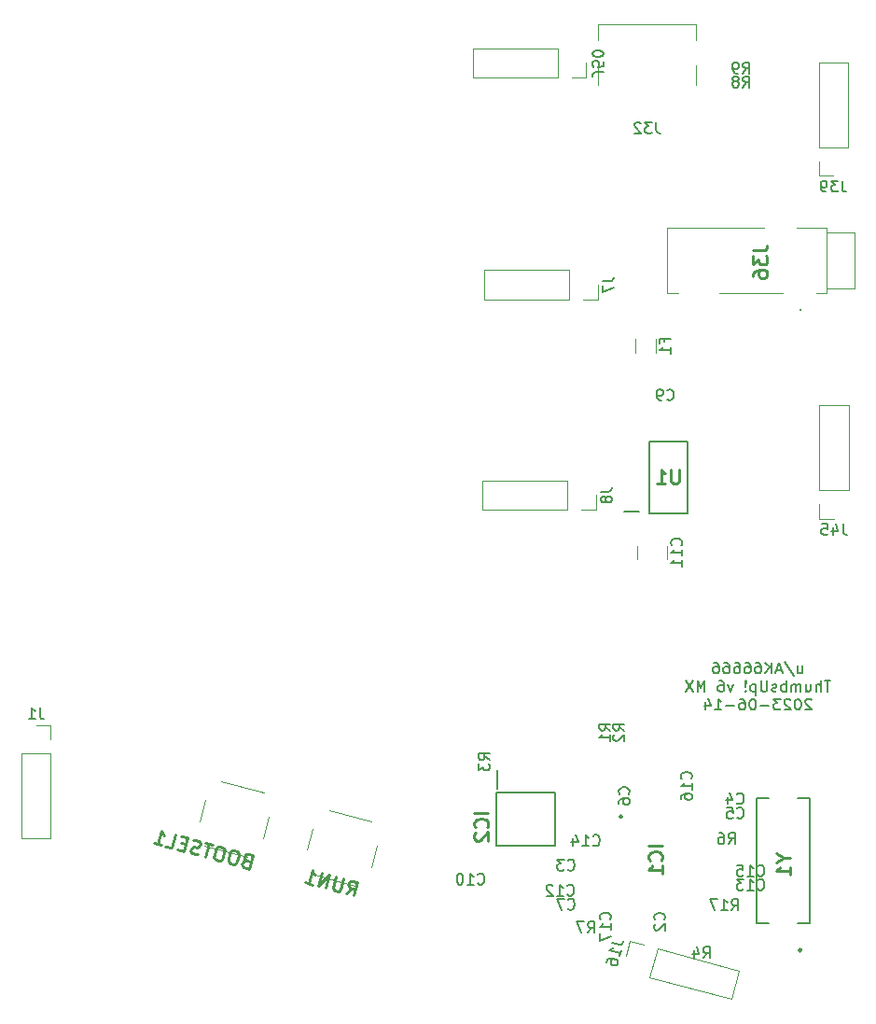
<source format=gbr>
G04 #@! TF.GenerationSoftware,KiCad,Pcbnew,(5.1.4)-1*
G04 #@! TF.CreationDate,2023-06-17T18:31:40-04:00*
G04 #@! TF.ProjectId,ThumbsUp,5468756d-6273-4557-902e-6b696361645f,rev?*
G04 #@! TF.SameCoordinates,Original*
G04 #@! TF.FileFunction,Legend,Bot*
G04 #@! TF.FilePolarity,Positive*
%FSLAX46Y46*%
G04 Gerber Fmt 4.6, Leading zero omitted, Abs format (unit mm)*
G04 Created by KiCad (PCBNEW (5.1.4)-1) date 2023-06-17 18:31:40*
%MOMM*%
%LPD*%
G04 APERTURE LIST*
%ADD10C,0.150000*%
%ADD11C,0.200000*%
%ADD12C,0.120000*%
%ADD13C,0.100000*%
%ADD14C,0.254000*%
G04 APERTURE END LIST*
D10*
X125659047Y-444515714D02*
X125659047Y-445182380D01*
X126087619Y-444515714D02*
X126087619Y-445039523D01*
X126040000Y-445134761D01*
X125944761Y-445182380D01*
X125801904Y-445182380D01*
X125706666Y-445134761D01*
X125659047Y-445087142D01*
X124468571Y-444134761D02*
X125325714Y-445420476D01*
X124182857Y-444896666D02*
X123706666Y-444896666D01*
X124278095Y-445182380D02*
X123944761Y-444182380D01*
X123611428Y-445182380D01*
X123278095Y-445182380D02*
X123278095Y-444182380D01*
X122706666Y-445182380D02*
X123135238Y-444610952D01*
X122706666Y-444182380D02*
X123278095Y-444753809D01*
X121849523Y-444182380D02*
X122040000Y-444182380D01*
X122135238Y-444230000D01*
X122182857Y-444277619D01*
X122278095Y-444420476D01*
X122325714Y-444610952D01*
X122325714Y-444991904D01*
X122278095Y-445087142D01*
X122230476Y-445134761D01*
X122135238Y-445182380D01*
X121944761Y-445182380D01*
X121849523Y-445134761D01*
X121801904Y-445087142D01*
X121754285Y-444991904D01*
X121754285Y-444753809D01*
X121801904Y-444658571D01*
X121849523Y-444610952D01*
X121944761Y-444563333D01*
X122135238Y-444563333D01*
X122230476Y-444610952D01*
X122278095Y-444658571D01*
X122325714Y-444753809D01*
X120897142Y-444182380D02*
X121087619Y-444182380D01*
X121182857Y-444230000D01*
X121230476Y-444277619D01*
X121325714Y-444420476D01*
X121373333Y-444610952D01*
X121373333Y-444991904D01*
X121325714Y-445087142D01*
X121278095Y-445134761D01*
X121182857Y-445182380D01*
X120992380Y-445182380D01*
X120897142Y-445134761D01*
X120849523Y-445087142D01*
X120801904Y-444991904D01*
X120801904Y-444753809D01*
X120849523Y-444658571D01*
X120897142Y-444610952D01*
X120992380Y-444563333D01*
X121182857Y-444563333D01*
X121278095Y-444610952D01*
X121325714Y-444658571D01*
X121373333Y-444753809D01*
X119944761Y-444182380D02*
X120135238Y-444182380D01*
X120230476Y-444230000D01*
X120278095Y-444277619D01*
X120373333Y-444420476D01*
X120420952Y-444610952D01*
X120420952Y-444991904D01*
X120373333Y-445087142D01*
X120325714Y-445134761D01*
X120230476Y-445182380D01*
X120040000Y-445182380D01*
X119944761Y-445134761D01*
X119897142Y-445087142D01*
X119849523Y-444991904D01*
X119849523Y-444753809D01*
X119897142Y-444658571D01*
X119944761Y-444610952D01*
X120040000Y-444563333D01*
X120230476Y-444563333D01*
X120325714Y-444610952D01*
X120373333Y-444658571D01*
X120420952Y-444753809D01*
X118992380Y-444182380D02*
X119182857Y-444182380D01*
X119278095Y-444230000D01*
X119325714Y-444277619D01*
X119420952Y-444420476D01*
X119468571Y-444610952D01*
X119468571Y-444991904D01*
X119420952Y-445087142D01*
X119373333Y-445134761D01*
X119278095Y-445182380D01*
X119087619Y-445182380D01*
X118992380Y-445134761D01*
X118944761Y-445087142D01*
X118897142Y-444991904D01*
X118897142Y-444753809D01*
X118944761Y-444658571D01*
X118992380Y-444610952D01*
X119087619Y-444563333D01*
X119278095Y-444563333D01*
X119373333Y-444610952D01*
X119420952Y-444658571D01*
X119468571Y-444753809D01*
X118040000Y-444182380D02*
X118230476Y-444182380D01*
X118325714Y-444230000D01*
X118373333Y-444277619D01*
X118468571Y-444420476D01*
X118516190Y-444610952D01*
X118516190Y-444991904D01*
X118468571Y-445087142D01*
X118420952Y-445134761D01*
X118325714Y-445182380D01*
X118135238Y-445182380D01*
X118040000Y-445134761D01*
X117992380Y-445087142D01*
X117944761Y-444991904D01*
X117944761Y-444753809D01*
X117992380Y-444658571D01*
X118040000Y-444610952D01*
X118135238Y-444563333D01*
X118325714Y-444563333D01*
X118420952Y-444610952D01*
X118468571Y-444658571D01*
X118516190Y-444753809D01*
X128635238Y-445832380D02*
X128063809Y-445832380D01*
X128349523Y-446832380D02*
X128349523Y-445832380D01*
X127730476Y-446832380D02*
X127730476Y-445832380D01*
X127301904Y-446832380D02*
X127301904Y-446308571D01*
X127349523Y-446213333D01*
X127444761Y-446165714D01*
X127587619Y-446165714D01*
X127682857Y-446213333D01*
X127730476Y-446260952D01*
X126397142Y-446165714D02*
X126397142Y-446832380D01*
X126825714Y-446165714D02*
X126825714Y-446689523D01*
X126778095Y-446784761D01*
X126682857Y-446832380D01*
X126540000Y-446832380D01*
X126444761Y-446784761D01*
X126397142Y-446737142D01*
X125920952Y-446832380D02*
X125920952Y-446165714D01*
X125920952Y-446260952D02*
X125873333Y-446213333D01*
X125778095Y-446165714D01*
X125635238Y-446165714D01*
X125540000Y-446213333D01*
X125492380Y-446308571D01*
X125492380Y-446832380D01*
X125492380Y-446308571D02*
X125444761Y-446213333D01*
X125349523Y-446165714D01*
X125206666Y-446165714D01*
X125111428Y-446213333D01*
X125063809Y-446308571D01*
X125063809Y-446832380D01*
X124587619Y-446832380D02*
X124587619Y-445832380D01*
X124587619Y-446213333D02*
X124492380Y-446165714D01*
X124301904Y-446165714D01*
X124206666Y-446213333D01*
X124159047Y-446260952D01*
X124111428Y-446356190D01*
X124111428Y-446641904D01*
X124159047Y-446737142D01*
X124206666Y-446784761D01*
X124301904Y-446832380D01*
X124492380Y-446832380D01*
X124587619Y-446784761D01*
X123730476Y-446784761D02*
X123635238Y-446832380D01*
X123444761Y-446832380D01*
X123349523Y-446784761D01*
X123301904Y-446689523D01*
X123301904Y-446641904D01*
X123349523Y-446546666D01*
X123444761Y-446499047D01*
X123587619Y-446499047D01*
X123682857Y-446451428D01*
X123730476Y-446356190D01*
X123730476Y-446308571D01*
X123682857Y-446213333D01*
X123587619Y-446165714D01*
X123444761Y-446165714D01*
X123349523Y-446213333D01*
X122873333Y-445832380D02*
X122873333Y-446641904D01*
X122825714Y-446737142D01*
X122778095Y-446784761D01*
X122682857Y-446832380D01*
X122492380Y-446832380D01*
X122397142Y-446784761D01*
X122349523Y-446737142D01*
X122301904Y-446641904D01*
X122301904Y-445832380D01*
X121825714Y-446165714D02*
X121825714Y-447165714D01*
X121825714Y-446213333D02*
X121730476Y-446165714D01*
X121540000Y-446165714D01*
X121444761Y-446213333D01*
X121397142Y-446260952D01*
X121349523Y-446356190D01*
X121349523Y-446641904D01*
X121397142Y-446737142D01*
X121444761Y-446784761D01*
X121540000Y-446832380D01*
X121730476Y-446832380D01*
X121825714Y-446784761D01*
X120920952Y-446737142D02*
X120873333Y-446784761D01*
X120920952Y-446832380D01*
X120968571Y-446784761D01*
X120920952Y-446737142D01*
X120920952Y-446832380D01*
X120920952Y-446451428D02*
X120968571Y-445880000D01*
X120920952Y-445832380D01*
X120873333Y-445880000D01*
X120920952Y-446451428D01*
X120920952Y-445832380D01*
X119778095Y-446165714D02*
X119540000Y-446832380D01*
X119301904Y-446165714D01*
X118492380Y-445832380D02*
X118682857Y-445832380D01*
X118778095Y-445880000D01*
X118825714Y-445927619D01*
X118920952Y-446070476D01*
X118968571Y-446260952D01*
X118968571Y-446641904D01*
X118920952Y-446737142D01*
X118873333Y-446784761D01*
X118778095Y-446832380D01*
X118587619Y-446832380D01*
X118492380Y-446784761D01*
X118444761Y-446737142D01*
X118397142Y-446641904D01*
X118397142Y-446403809D01*
X118444761Y-446308571D01*
X118492380Y-446260952D01*
X118587619Y-446213333D01*
X118778095Y-446213333D01*
X118873333Y-446260952D01*
X118920952Y-446308571D01*
X118968571Y-446403809D01*
X117206666Y-446832380D02*
X117206666Y-445832380D01*
X116873333Y-446546666D01*
X116540000Y-445832380D01*
X116540000Y-446832380D01*
X116159047Y-445832380D02*
X115492380Y-446832380D01*
X115492380Y-445832380D02*
X116159047Y-446832380D01*
X126897142Y-447577619D02*
X126849523Y-447530000D01*
X126754285Y-447482380D01*
X126516190Y-447482380D01*
X126420952Y-447530000D01*
X126373333Y-447577619D01*
X126325714Y-447672857D01*
X126325714Y-447768095D01*
X126373333Y-447910952D01*
X126944761Y-448482380D01*
X126325714Y-448482380D01*
X125706666Y-447482380D02*
X125611428Y-447482380D01*
X125516190Y-447530000D01*
X125468571Y-447577619D01*
X125420952Y-447672857D01*
X125373333Y-447863333D01*
X125373333Y-448101428D01*
X125420952Y-448291904D01*
X125468571Y-448387142D01*
X125516190Y-448434761D01*
X125611428Y-448482380D01*
X125706666Y-448482380D01*
X125801904Y-448434761D01*
X125849523Y-448387142D01*
X125897142Y-448291904D01*
X125944761Y-448101428D01*
X125944761Y-447863333D01*
X125897142Y-447672857D01*
X125849523Y-447577619D01*
X125801904Y-447530000D01*
X125706666Y-447482380D01*
X124992380Y-447577619D02*
X124944761Y-447530000D01*
X124849523Y-447482380D01*
X124611428Y-447482380D01*
X124516190Y-447530000D01*
X124468571Y-447577619D01*
X124420952Y-447672857D01*
X124420952Y-447768095D01*
X124468571Y-447910952D01*
X125040000Y-448482380D01*
X124420952Y-448482380D01*
X124087619Y-447482380D02*
X123468571Y-447482380D01*
X123801904Y-447863333D01*
X123659047Y-447863333D01*
X123563809Y-447910952D01*
X123516190Y-447958571D01*
X123468571Y-448053809D01*
X123468571Y-448291904D01*
X123516190Y-448387142D01*
X123563809Y-448434761D01*
X123659047Y-448482380D01*
X123944761Y-448482380D01*
X124040000Y-448434761D01*
X124087619Y-448387142D01*
X123040000Y-448101428D02*
X122278095Y-448101428D01*
X121611428Y-447482380D02*
X121516190Y-447482380D01*
X121420952Y-447530000D01*
X121373333Y-447577619D01*
X121325714Y-447672857D01*
X121278095Y-447863333D01*
X121278095Y-448101428D01*
X121325714Y-448291904D01*
X121373333Y-448387142D01*
X121420952Y-448434761D01*
X121516190Y-448482380D01*
X121611428Y-448482380D01*
X121706666Y-448434761D01*
X121754285Y-448387142D01*
X121801904Y-448291904D01*
X121849523Y-448101428D01*
X121849523Y-447863333D01*
X121801904Y-447672857D01*
X121754285Y-447577619D01*
X121706666Y-447530000D01*
X121611428Y-447482380D01*
X120420952Y-447482380D02*
X120611428Y-447482380D01*
X120706666Y-447530000D01*
X120754285Y-447577619D01*
X120849523Y-447720476D01*
X120897142Y-447910952D01*
X120897142Y-448291904D01*
X120849523Y-448387142D01*
X120801904Y-448434761D01*
X120706666Y-448482380D01*
X120516190Y-448482380D01*
X120420952Y-448434761D01*
X120373333Y-448387142D01*
X120325714Y-448291904D01*
X120325714Y-448053809D01*
X120373333Y-447958571D01*
X120420952Y-447910952D01*
X120516190Y-447863333D01*
X120706666Y-447863333D01*
X120801904Y-447910952D01*
X120849523Y-447958571D01*
X120897142Y-448053809D01*
X119897142Y-448101428D02*
X119135238Y-448101428D01*
X118135238Y-448482380D02*
X118706666Y-448482380D01*
X118420952Y-448482380D02*
X118420952Y-447482380D01*
X118516190Y-447625238D01*
X118611428Y-447720476D01*
X118706666Y-447768095D01*
X117278095Y-447815714D02*
X117278095Y-448482380D01*
X117516190Y-447434761D02*
X117754285Y-448149047D01*
X117135238Y-448149047D01*
D11*
X109920000Y-430505000D02*
X111220000Y-430505000D01*
X112168000Y-424138000D02*
X112168000Y-430642000D01*
X115672000Y-424138000D02*
X112168000Y-424138000D01*
X115672000Y-430642000D02*
X115672000Y-424138000D01*
X112168000Y-430642000D02*
X115672000Y-430642000D01*
D12*
X111060000Y-434812064D02*
X111060000Y-433607936D01*
X113780000Y-434812064D02*
X113780000Y-433607936D01*
D13*
X86910920Y-462746986D02*
X87431929Y-460816041D01*
X81118085Y-461183959D02*
X81639094Y-459253014D01*
X81562548Y-463375409D02*
X85424439Y-464417427D01*
X83125575Y-457582573D02*
X86987466Y-458624591D01*
X77133175Y-460146986D02*
X77654184Y-458216041D01*
X71340340Y-458583959D02*
X71861349Y-456653014D01*
X71784803Y-460775409D02*
X75646694Y-461817427D01*
X73347830Y-454982573D02*
X77209721Y-456024591D01*
D12*
X106460000Y-391150000D02*
X106460000Y-389820000D01*
X105130000Y-391150000D02*
X106460000Y-391150000D01*
X103860000Y-391150000D02*
X103860000Y-388490000D01*
X103860000Y-388490000D02*
X96180000Y-388490000D01*
X103860000Y-391150000D02*
X96180000Y-391150000D01*
X96180000Y-391150000D02*
X96180000Y-388490000D01*
X107510000Y-391835000D02*
X107510000Y-390035000D01*
X107510000Y-386325000D02*
X107510000Y-387785000D01*
X116450000Y-386325000D02*
X116450000Y-387785000D01*
X116450000Y-391835000D02*
X116450000Y-390035000D01*
X116450000Y-386325000D02*
X107510000Y-386325000D01*
D11*
X125900000Y-412150000D02*
G75*
G03X125900000Y-412250000I0J-50000D01*
G01*
X125900000Y-412250000D02*
G75*
G03X125900000Y-412150000I0J50000D01*
G01*
X125900000Y-412150000D02*
G75*
G03X125900000Y-412250000I0J-50000D01*
G01*
X125900000Y-412250000D02*
X125900000Y-412250000D01*
X125900000Y-412150000D02*
X125900000Y-412150000D01*
X125900000Y-412250000D02*
X125900000Y-412250000D01*
D13*
X124300000Y-410725000D02*
X118550000Y-410725000D01*
X124300000Y-410725000D02*
X124300000Y-410725000D01*
X118550000Y-410725000D02*
X124300000Y-410725000D01*
X118550000Y-410725000D02*
X118550000Y-410725000D01*
X114800000Y-410725000D02*
X113800000Y-410725000D01*
X114800000Y-410725000D02*
X114800000Y-410725000D01*
X113800000Y-410725000D02*
X114800000Y-410725000D01*
X113800000Y-410725000D02*
X113800000Y-410725000D01*
X113800000Y-404725000D02*
X113800000Y-404725000D01*
X113800000Y-410725000D02*
X113800000Y-404725000D01*
X113800000Y-410725000D02*
X113800000Y-410725000D01*
X113800000Y-404725000D02*
X113800000Y-410725000D01*
X113800000Y-404725000D02*
X122550000Y-404725000D01*
X113800000Y-404725000D02*
X113800000Y-404725000D01*
X122550000Y-404725000D02*
X113800000Y-404725000D01*
X122550000Y-404725000D02*
X122550000Y-404725000D01*
X125550000Y-404725000D02*
X128300000Y-404725000D01*
X125550000Y-404725000D02*
X125550000Y-404725000D01*
X128300000Y-404725000D02*
X125550000Y-404725000D01*
X128300000Y-404725000D02*
X128300000Y-404725000D01*
X128300000Y-405200000D02*
X128300000Y-405200000D01*
X128300000Y-404725000D02*
X128300000Y-405200000D01*
X128300000Y-404725000D02*
X128300000Y-404725000D01*
X128300000Y-405200000D02*
X128300000Y-404725000D01*
X130800000Y-410250000D02*
X128300000Y-410250000D01*
X130800000Y-405225000D02*
X130800000Y-410250000D01*
X128300000Y-405225000D02*
X130800000Y-405225000D01*
X128300000Y-410250000D02*
X128300000Y-405225000D01*
X128300000Y-410725000D02*
X128300000Y-410725000D01*
X128300000Y-410250000D02*
X128300000Y-410725000D01*
X128300000Y-410250000D02*
X128300000Y-410250000D01*
X128300000Y-410725000D02*
X128300000Y-410250000D01*
X128300000Y-410725000D02*
X127300000Y-410725000D01*
X128300000Y-410725000D02*
X128300000Y-410725000D01*
X127300000Y-410725000D02*
X128300000Y-410725000D01*
X127300000Y-410725000D02*
X127300000Y-410725000D01*
D12*
X127546095Y-400048305D02*
X128876095Y-400048305D01*
X127546095Y-398718305D02*
X127546095Y-400048305D01*
X127546095Y-397448305D02*
X130206095Y-397448305D01*
X130206095Y-397448305D02*
X130206095Y-389768305D01*
X127546095Y-397448305D02*
X127546095Y-389768305D01*
X127546095Y-389768305D02*
X130206095Y-389768305D01*
X127610599Y-431174893D02*
X128940599Y-431174893D01*
X127610599Y-429844893D02*
X127610599Y-431174893D01*
X127610599Y-428574893D02*
X130270599Y-428574893D01*
X130270599Y-428574893D02*
X130270599Y-420894893D01*
X127610599Y-428574893D02*
X127610599Y-420894893D01*
X127610599Y-420894893D02*
X130270599Y-420894893D01*
X57862789Y-449862952D02*
X56532789Y-449862952D01*
X57862789Y-451192952D02*
X57862789Y-449862952D01*
X57862789Y-452462952D02*
X55202789Y-452462952D01*
X55202789Y-452462952D02*
X55202789Y-460142952D01*
X57862789Y-452462952D02*
X57862789Y-460142952D01*
X57862789Y-460142952D02*
X55202789Y-460142952D01*
X107326974Y-430350972D02*
X107326974Y-429020972D01*
X105996974Y-430350972D02*
X107326974Y-430350972D01*
X104726974Y-430350972D02*
X104726974Y-427690972D01*
X104726974Y-427690972D02*
X97046974Y-427690972D01*
X104726974Y-430350972D02*
X97046974Y-430350972D01*
X97046974Y-430350972D02*
X97046974Y-427690972D01*
X107484161Y-411265202D02*
X107484161Y-409935202D01*
X106154161Y-411265202D02*
X107484161Y-411265202D01*
X104884161Y-411265202D02*
X104884161Y-408605202D01*
X104884161Y-408605202D02*
X97204161Y-408605202D01*
X104884161Y-411265202D02*
X97204161Y-411265202D01*
X97204161Y-411265202D02*
X97204161Y-408605202D01*
X110392338Y-469484041D02*
X110048109Y-470768723D01*
X111677019Y-469828271D02*
X110392338Y-469484041D01*
X112903745Y-470156971D02*
X112215286Y-472726334D01*
X112215286Y-472726334D02*
X119633597Y-474714064D01*
X112903745Y-470156971D02*
X120322055Y-472144701D01*
X120322055Y-472144701D02*
X119633597Y-474714064D01*
D14*
X125985880Y-470280000D02*
G75*
G03X125985880Y-470280000I-125880J0D01*
G01*
D11*
X126750000Y-456475000D02*
X125650000Y-456475000D01*
X121950000Y-456475000D02*
X123050000Y-456475000D01*
X121950000Y-467875000D02*
X123050000Y-467875000D01*
X126750000Y-467875000D02*
X125650000Y-467875000D01*
X121950000Y-467875000D02*
X121950000Y-456475000D01*
X126750000Y-467875000D02*
X126750000Y-456475000D01*
X98370000Y-453985000D02*
X98370000Y-455635000D01*
X103590000Y-455985000D02*
X98310000Y-455985000D01*
X103590000Y-460835000D02*
X103590000Y-455985000D01*
X98310000Y-460835000D02*
X103590000Y-460835000D01*
X98310000Y-455985000D02*
X98310000Y-460835000D01*
D14*
X109700000Y-458175000D02*
G75*
G03X109700000Y-458175000I-100000J0D01*
G01*
D12*
X110910000Y-416072064D02*
X110910000Y-414867936D01*
X112730000Y-416072064D02*
X112730000Y-414867936D01*
D14*
X114887619Y-426694523D02*
X114887619Y-427722619D01*
X114827142Y-427843571D01*
X114766666Y-427904047D01*
X114645714Y-427964523D01*
X114403809Y-427964523D01*
X114282857Y-427904047D01*
X114222380Y-427843571D01*
X114161904Y-427722619D01*
X114161904Y-426694523D01*
X112891904Y-427964523D02*
X113617619Y-427964523D01*
X113254761Y-427964523D02*
X113254761Y-426694523D01*
X113375714Y-426875952D01*
X113496666Y-426996904D01*
X113617619Y-427057380D01*
D10*
X115057142Y-433567142D02*
X115104761Y-433519523D01*
X115152380Y-433376666D01*
X115152380Y-433281428D01*
X115104761Y-433138571D01*
X115009523Y-433043333D01*
X114914285Y-432995714D01*
X114723809Y-432948095D01*
X114580952Y-432948095D01*
X114390476Y-432995714D01*
X114295238Y-433043333D01*
X114200000Y-433138571D01*
X114152380Y-433281428D01*
X114152380Y-433376666D01*
X114200000Y-433519523D01*
X114247619Y-433567142D01*
X115152380Y-434519523D02*
X115152380Y-433948095D01*
X115152380Y-434233809D02*
X114152380Y-434233809D01*
X114295238Y-434138571D01*
X114390476Y-434043333D01*
X114438095Y-433948095D01*
X115152380Y-435471904D02*
X115152380Y-434900476D01*
X115152380Y-435186190D02*
X114152380Y-435186190D01*
X114295238Y-435090952D01*
X114390476Y-434995714D01*
X114438095Y-434900476D01*
D14*
X84639230Y-465156422D02*
X85205490Y-464682821D01*
X85339887Y-465345474D02*
X85670728Y-464119323D01*
X85203623Y-463993289D01*
X85071093Y-464020168D01*
X84996950Y-464062802D01*
X84907054Y-464163824D01*
X84859791Y-464338988D01*
X84886670Y-464471519D01*
X84929304Y-464545661D01*
X85030326Y-464635558D01*
X85497431Y-464761592D01*
X84444578Y-463788483D02*
X84176754Y-464781080D01*
X84086858Y-464882102D01*
X84012715Y-464924736D01*
X83880185Y-464951616D01*
X83646632Y-464888598D01*
X83545610Y-464798701D01*
X83502977Y-464724559D01*
X83476097Y-464592029D01*
X83743921Y-463599431D01*
X82829199Y-464668038D02*
X83160040Y-463441888D01*
X82128542Y-464478986D01*
X82459382Y-463252836D01*
X80902391Y-464148145D02*
X81603049Y-464337197D01*
X81252720Y-464242671D02*
X81583561Y-463016521D01*
X81653074Y-463223194D01*
X81738342Y-463371479D01*
X81839363Y-463461375D01*
X75606440Y-462160080D02*
X75415521Y-462171205D01*
X75341379Y-462213839D01*
X75251482Y-462314860D01*
X75204219Y-462490025D01*
X75231099Y-462622555D01*
X75273733Y-462696698D01*
X75374754Y-462786594D01*
X75841859Y-462912629D01*
X76172700Y-461686479D01*
X75763983Y-461576199D01*
X75631453Y-461603078D01*
X75557310Y-461645712D01*
X75467414Y-461746734D01*
X75435905Y-461863510D01*
X75462784Y-461996040D01*
X75505418Y-462070183D01*
X75606440Y-462160080D01*
X76015157Y-462270360D01*
X74712997Y-461292621D02*
X74479445Y-461229604D01*
X74346914Y-461256483D01*
X74198630Y-461341751D01*
X74077224Y-461559549D01*
X73966944Y-461968265D01*
X73962315Y-462217572D01*
X74047582Y-462365857D01*
X74148604Y-462455754D01*
X74382157Y-462518771D01*
X74514687Y-462491892D01*
X74662972Y-462406624D01*
X74784377Y-462188826D01*
X74894658Y-461780109D01*
X74899287Y-461530802D01*
X74814019Y-461382518D01*
X74712997Y-461292621D01*
X73428459Y-460946026D02*
X73194907Y-460883008D01*
X73062376Y-460909888D01*
X72914091Y-460995156D01*
X72792686Y-461212954D01*
X72682406Y-461621670D01*
X72677776Y-461870977D01*
X72763044Y-462019262D01*
X72864066Y-462109159D01*
X73097618Y-462172176D01*
X73230149Y-462145297D01*
X73378434Y-462060029D01*
X73499839Y-461842231D01*
X73610119Y-461433514D01*
X73614748Y-461184207D01*
X73529481Y-461035923D01*
X73428459Y-460946026D01*
X72552637Y-460709711D02*
X71851980Y-460520659D01*
X71871468Y-461841335D02*
X72202309Y-460615185D01*
X71186565Y-461593895D02*
X70995646Y-461605020D01*
X70703706Y-461526249D01*
X70602684Y-461436352D01*
X70560050Y-461362210D01*
X70533171Y-461229679D01*
X70564679Y-461112903D01*
X70654576Y-461011881D01*
X70728719Y-460969247D01*
X70861249Y-460942368D01*
X71110556Y-460946997D01*
X71243086Y-460920118D01*
X71317229Y-460877484D01*
X71407126Y-460776462D01*
X71438634Y-460659686D01*
X71411755Y-460527155D01*
X71369121Y-460453013D01*
X71268099Y-460363116D01*
X70976159Y-460284344D01*
X70785240Y-460295469D01*
X70117958Y-460679174D02*
X69709241Y-460568893D01*
X69360779Y-461163900D02*
X69944661Y-461321443D01*
X70275501Y-460095292D01*
X69691620Y-459937749D01*
X68251405Y-460864567D02*
X68835286Y-461022111D01*
X69166127Y-459795960D01*
X67200420Y-460580990D02*
X67901077Y-460770041D01*
X67550748Y-460675516D02*
X67881589Y-459449365D01*
X67951102Y-459656038D01*
X68036370Y-459804323D01*
X68137392Y-459894220D01*
D10*
X119642857Y-466682380D02*
X119976190Y-466206190D01*
X120214285Y-466682380D02*
X120214285Y-465682380D01*
X119833333Y-465682380D01*
X119738095Y-465730000D01*
X119690476Y-465777619D01*
X119642857Y-465872857D01*
X119642857Y-466015714D01*
X119690476Y-466110952D01*
X119738095Y-466158571D01*
X119833333Y-466206190D01*
X120214285Y-466206190D01*
X118690476Y-466682380D02*
X119261904Y-466682380D01*
X118976190Y-466682380D02*
X118976190Y-465682380D01*
X119071428Y-465825238D01*
X119166666Y-465920476D01*
X119261904Y-465968095D01*
X118357142Y-465682380D02*
X117690476Y-465682380D01*
X118119047Y-466682380D01*
X108007619Y-390629523D02*
X107293333Y-390629523D01*
X107150476Y-390677142D01*
X107055238Y-390772380D01*
X107007619Y-390915238D01*
X107007619Y-391010476D01*
X108007619Y-389677142D02*
X108007619Y-390153333D01*
X107531428Y-390200952D01*
X107579047Y-390153333D01*
X107626666Y-390058095D01*
X107626666Y-389820000D01*
X107579047Y-389724761D01*
X107531428Y-389677142D01*
X107436190Y-389629523D01*
X107198095Y-389629523D01*
X107102857Y-389677142D01*
X107055238Y-389724761D01*
X107007619Y-389820000D01*
X107007619Y-390058095D01*
X107055238Y-390153333D01*
X107102857Y-390200952D01*
X108007619Y-389010476D02*
X108007619Y-388915238D01*
X107960000Y-388820000D01*
X107912380Y-388772380D01*
X107817142Y-388724761D01*
X107626666Y-388677142D01*
X107388571Y-388677142D01*
X107198095Y-388724761D01*
X107102857Y-388772380D01*
X107055238Y-388820000D01*
X107007619Y-388915238D01*
X107007619Y-389010476D01*
X107055238Y-389105714D01*
X107102857Y-389153333D01*
X107198095Y-389200952D01*
X107388571Y-389248571D01*
X107626666Y-389248571D01*
X107817142Y-389200952D01*
X107912380Y-389153333D01*
X107960000Y-389105714D01*
X108007619Y-389010476D01*
X117076666Y-470997380D02*
X117410000Y-470521190D01*
X117648095Y-470997380D02*
X117648095Y-469997380D01*
X117267142Y-469997380D01*
X117171904Y-470045000D01*
X117124285Y-470092619D01*
X117076666Y-470187857D01*
X117076666Y-470330714D01*
X117124285Y-470425952D01*
X117171904Y-470473571D01*
X117267142Y-470521190D01*
X117648095Y-470521190D01*
X116219523Y-470330714D02*
X116219523Y-470997380D01*
X116457619Y-469949761D02*
X116695714Y-470664047D01*
X116076666Y-470664047D01*
X109917380Y-450369333D02*
X109441190Y-450036000D01*
X109917380Y-449797904D02*
X108917380Y-449797904D01*
X108917380Y-450178857D01*
X108965000Y-450274095D01*
X109012619Y-450321714D01*
X109107857Y-450369333D01*
X109250714Y-450369333D01*
X109345952Y-450321714D01*
X109393571Y-450274095D01*
X109441190Y-450178857D01*
X109441190Y-449797904D01*
X109012619Y-450750285D02*
X108965000Y-450797904D01*
X108917380Y-450893142D01*
X108917380Y-451131238D01*
X108965000Y-451226476D01*
X109012619Y-451274095D01*
X109107857Y-451321714D01*
X109203095Y-451321714D01*
X109345952Y-451274095D01*
X109917380Y-450702666D01*
X109917380Y-451321714D01*
X108647380Y-450369333D02*
X108171190Y-450036000D01*
X108647380Y-449797904D02*
X107647380Y-449797904D01*
X107647380Y-450178857D01*
X107695000Y-450274095D01*
X107742619Y-450321714D01*
X107837857Y-450369333D01*
X107980714Y-450369333D01*
X108075952Y-450321714D01*
X108123571Y-450274095D01*
X108171190Y-450178857D01*
X108171190Y-449797904D01*
X108647380Y-451321714D02*
X108647380Y-450750285D01*
X108647380Y-451036000D02*
X107647380Y-451036000D01*
X107790238Y-450940761D01*
X107885476Y-450845523D01*
X107933095Y-450750285D01*
X120676666Y-390757380D02*
X121010000Y-390281190D01*
X121248095Y-390757380D02*
X121248095Y-389757380D01*
X120867142Y-389757380D01*
X120771904Y-389805000D01*
X120724285Y-389852619D01*
X120676666Y-389947857D01*
X120676666Y-390090714D01*
X120724285Y-390185952D01*
X120771904Y-390233571D01*
X120867142Y-390281190D01*
X121248095Y-390281190D01*
X120200476Y-390757380D02*
X120010000Y-390757380D01*
X119914761Y-390709761D01*
X119867142Y-390662142D01*
X119771904Y-390519285D01*
X119724285Y-390328809D01*
X119724285Y-389947857D01*
X119771904Y-389852619D01*
X119819523Y-389805000D01*
X119914761Y-389757380D01*
X120105238Y-389757380D01*
X120200476Y-389805000D01*
X120248095Y-389852619D01*
X120295714Y-389947857D01*
X120295714Y-390185952D01*
X120248095Y-390281190D01*
X120200476Y-390328809D01*
X120105238Y-390376428D01*
X119914761Y-390376428D01*
X119819523Y-390328809D01*
X119771904Y-390281190D01*
X119724285Y-390185952D01*
X120676666Y-392027380D02*
X121010000Y-391551190D01*
X121248095Y-392027380D02*
X121248095Y-391027380D01*
X120867142Y-391027380D01*
X120771904Y-391075000D01*
X120724285Y-391122619D01*
X120676666Y-391217857D01*
X120676666Y-391360714D01*
X120724285Y-391455952D01*
X120771904Y-391503571D01*
X120867142Y-391551190D01*
X121248095Y-391551190D01*
X120105238Y-391455952D02*
X120200476Y-391408333D01*
X120248095Y-391360714D01*
X120295714Y-391265476D01*
X120295714Y-391217857D01*
X120248095Y-391122619D01*
X120200476Y-391075000D01*
X120105238Y-391027380D01*
X119914761Y-391027380D01*
X119819523Y-391075000D01*
X119771904Y-391122619D01*
X119724285Y-391217857D01*
X119724285Y-391265476D01*
X119771904Y-391360714D01*
X119819523Y-391408333D01*
X119914761Y-391455952D01*
X120105238Y-391455952D01*
X120200476Y-391503571D01*
X120248095Y-391551190D01*
X120295714Y-391646428D01*
X120295714Y-391836904D01*
X120248095Y-391932142D01*
X120200476Y-391979761D01*
X120105238Y-392027380D01*
X119914761Y-392027380D01*
X119819523Y-391979761D01*
X119771904Y-391932142D01*
X119724285Y-391836904D01*
X119724285Y-391646428D01*
X119771904Y-391551190D01*
X119819523Y-391503571D01*
X119914761Y-391455952D01*
X106591666Y-468712380D02*
X106925000Y-468236190D01*
X107163095Y-468712380D02*
X107163095Y-467712380D01*
X106782142Y-467712380D01*
X106686904Y-467760000D01*
X106639285Y-467807619D01*
X106591666Y-467902857D01*
X106591666Y-468045714D01*
X106639285Y-468140952D01*
X106686904Y-468188571D01*
X106782142Y-468236190D01*
X107163095Y-468236190D01*
X106258333Y-467712380D02*
X105591666Y-467712380D01*
X106020238Y-468712380D01*
X119366666Y-460652380D02*
X119700000Y-460176190D01*
X119938095Y-460652380D02*
X119938095Y-459652380D01*
X119557142Y-459652380D01*
X119461904Y-459700000D01*
X119414285Y-459747619D01*
X119366666Y-459842857D01*
X119366666Y-459985714D01*
X119414285Y-460080952D01*
X119461904Y-460128571D01*
X119557142Y-460176190D01*
X119938095Y-460176190D01*
X118509523Y-459652380D02*
X118700000Y-459652380D01*
X118795238Y-459700000D01*
X118842857Y-459747619D01*
X118938095Y-459890476D01*
X118985714Y-460080952D01*
X118985714Y-460461904D01*
X118938095Y-460557142D01*
X118890476Y-460604761D01*
X118795238Y-460652380D01*
X118604761Y-460652380D01*
X118509523Y-460604761D01*
X118461904Y-460557142D01*
X118414285Y-460461904D01*
X118414285Y-460223809D01*
X118461904Y-460128571D01*
X118509523Y-460080952D01*
X118604761Y-460033333D01*
X118795238Y-460033333D01*
X118890476Y-460080952D01*
X118938095Y-460128571D01*
X118985714Y-460223809D01*
X97692380Y-453045333D02*
X97216190Y-452712000D01*
X97692380Y-452473904D02*
X96692380Y-452473904D01*
X96692380Y-452854857D01*
X96740000Y-452950095D01*
X96787619Y-452997714D01*
X96882857Y-453045333D01*
X97025714Y-453045333D01*
X97120952Y-452997714D01*
X97168571Y-452950095D01*
X97216190Y-452854857D01*
X97216190Y-452473904D01*
X96692380Y-453378666D02*
X96692380Y-453997714D01*
X97073333Y-453664380D01*
X97073333Y-453807238D01*
X97120952Y-453902476D01*
X97168571Y-453950095D01*
X97263809Y-453997714D01*
X97501904Y-453997714D01*
X97597142Y-453950095D01*
X97644761Y-453902476D01*
X97692380Y-453807238D01*
X97692380Y-453521523D01*
X97644761Y-453426285D01*
X97597142Y-453378666D01*
X108587142Y-467492142D02*
X108634761Y-467444523D01*
X108682380Y-467301666D01*
X108682380Y-467206428D01*
X108634761Y-467063571D01*
X108539523Y-466968333D01*
X108444285Y-466920714D01*
X108253809Y-466873095D01*
X108110952Y-466873095D01*
X107920476Y-466920714D01*
X107825238Y-466968333D01*
X107730000Y-467063571D01*
X107682380Y-467206428D01*
X107682380Y-467301666D01*
X107730000Y-467444523D01*
X107777619Y-467492142D01*
X108682380Y-468444523D02*
X108682380Y-467873095D01*
X108682380Y-468158809D02*
X107682380Y-468158809D01*
X107825238Y-468063571D01*
X107920476Y-467968333D01*
X107968095Y-467873095D01*
X107682380Y-468777857D02*
X107682380Y-469444523D01*
X108682380Y-469015952D01*
X115952142Y-454757142D02*
X115999761Y-454709523D01*
X116047380Y-454566666D01*
X116047380Y-454471428D01*
X115999761Y-454328571D01*
X115904523Y-454233333D01*
X115809285Y-454185714D01*
X115618809Y-454138095D01*
X115475952Y-454138095D01*
X115285476Y-454185714D01*
X115190238Y-454233333D01*
X115095000Y-454328571D01*
X115047380Y-454471428D01*
X115047380Y-454566666D01*
X115095000Y-454709523D01*
X115142619Y-454757142D01*
X116047380Y-455709523D02*
X116047380Y-455138095D01*
X116047380Y-455423809D02*
X115047380Y-455423809D01*
X115190238Y-455328571D01*
X115285476Y-455233333D01*
X115333095Y-455138095D01*
X115047380Y-456566666D02*
X115047380Y-456376190D01*
X115095000Y-456280952D01*
X115142619Y-456233333D01*
X115285476Y-456138095D01*
X115475952Y-456090476D01*
X115856904Y-456090476D01*
X115952142Y-456138095D01*
X115999761Y-456185714D01*
X116047380Y-456280952D01*
X116047380Y-456471428D01*
X115999761Y-456566666D01*
X115952142Y-456614285D01*
X115856904Y-456661904D01*
X115618809Y-456661904D01*
X115523571Y-456614285D01*
X115475952Y-456566666D01*
X115428333Y-456471428D01*
X115428333Y-456280952D01*
X115475952Y-456185714D01*
X115523571Y-456138095D01*
X115618809Y-456090476D01*
X122012857Y-463475142D02*
X122060476Y-463522761D01*
X122203333Y-463570380D01*
X122298571Y-463570380D01*
X122441428Y-463522761D01*
X122536666Y-463427523D01*
X122584285Y-463332285D01*
X122631904Y-463141809D01*
X122631904Y-462998952D01*
X122584285Y-462808476D01*
X122536666Y-462713238D01*
X122441428Y-462618000D01*
X122298571Y-462570380D01*
X122203333Y-462570380D01*
X122060476Y-462618000D01*
X122012857Y-462665619D01*
X121060476Y-463570380D02*
X121631904Y-463570380D01*
X121346190Y-463570380D02*
X121346190Y-462570380D01*
X121441428Y-462713238D01*
X121536666Y-462808476D01*
X121631904Y-462856095D01*
X120155714Y-462570380D02*
X120631904Y-462570380D01*
X120679523Y-463046571D01*
X120631904Y-462998952D01*
X120536666Y-462951333D01*
X120298571Y-462951333D01*
X120203333Y-462998952D01*
X120155714Y-463046571D01*
X120108095Y-463141809D01*
X120108095Y-463379904D01*
X120155714Y-463475142D01*
X120203333Y-463522761D01*
X120298571Y-463570380D01*
X120536666Y-463570380D01*
X120631904Y-463522761D01*
X120679523Y-463475142D01*
X107057857Y-460737142D02*
X107105476Y-460784761D01*
X107248333Y-460832380D01*
X107343571Y-460832380D01*
X107486428Y-460784761D01*
X107581666Y-460689523D01*
X107629285Y-460594285D01*
X107676904Y-460403809D01*
X107676904Y-460260952D01*
X107629285Y-460070476D01*
X107581666Y-459975238D01*
X107486428Y-459880000D01*
X107343571Y-459832380D01*
X107248333Y-459832380D01*
X107105476Y-459880000D01*
X107057857Y-459927619D01*
X106105476Y-460832380D02*
X106676904Y-460832380D01*
X106391190Y-460832380D02*
X106391190Y-459832380D01*
X106486428Y-459975238D01*
X106581666Y-460070476D01*
X106676904Y-460118095D01*
X105248333Y-460165714D02*
X105248333Y-460832380D01*
X105486428Y-459784761D02*
X105724523Y-460499047D01*
X105105476Y-460499047D01*
X122012857Y-464745142D02*
X122060476Y-464792761D01*
X122203333Y-464840380D01*
X122298571Y-464840380D01*
X122441428Y-464792761D01*
X122536666Y-464697523D01*
X122584285Y-464602285D01*
X122631904Y-464411809D01*
X122631904Y-464268952D01*
X122584285Y-464078476D01*
X122536666Y-463983238D01*
X122441428Y-463888000D01*
X122298571Y-463840380D01*
X122203333Y-463840380D01*
X122060476Y-463888000D01*
X122012857Y-463935619D01*
X121060476Y-464840380D02*
X121631904Y-464840380D01*
X121346190Y-464840380D02*
X121346190Y-463840380D01*
X121441428Y-463983238D01*
X121536666Y-464078476D01*
X121631904Y-464126095D01*
X120727142Y-463840380D02*
X120108095Y-463840380D01*
X120441428Y-464221333D01*
X120298571Y-464221333D01*
X120203333Y-464268952D01*
X120155714Y-464316571D01*
X120108095Y-464411809D01*
X120108095Y-464649904D01*
X120155714Y-464745142D01*
X120203333Y-464792761D01*
X120298571Y-464840380D01*
X120584285Y-464840380D01*
X120679523Y-464792761D01*
X120727142Y-464745142D01*
X104740857Y-465253142D02*
X104788476Y-465300761D01*
X104931333Y-465348380D01*
X105026571Y-465348380D01*
X105169428Y-465300761D01*
X105264666Y-465205523D01*
X105312285Y-465110285D01*
X105359904Y-464919809D01*
X105359904Y-464776952D01*
X105312285Y-464586476D01*
X105264666Y-464491238D01*
X105169428Y-464396000D01*
X105026571Y-464348380D01*
X104931333Y-464348380D01*
X104788476Y-464396000D01*
X104740857Y-464443619D01*
X103788476Y-465348380D02*
X104359904Y-465348380D01*
X104074190Y-465348380D02*
X104074190Y-464348380D01*
X104169428Y-464491238D01*
X104264666Y-464586476D01*
X104359904Y-464634095D01*
X103407523Y-464443619D02*
X103359904Y-464396000D01*
X103264666Y-464348380D01*
X103026571Y-464348380D01*
X102931333Y-464396000D01*
X102883714Y-464443619D01*
X102836095Y-464538857D01*
X102836095Y-464634095D01*
X102883714Y-464776952D01*
X103455142Y-465348380D01*
X102836095Y-465348380D01*
X96612857Y-464237142D02*
X96660476Y-464284761D01*
X96803333Y-464332380D01*
X96898571Y-464332380D01*
X97041428Y-464284761D01*
X97136666Y-464189523D01*
X97184285Y-464094285D01*
X97231904Y-463903809D01*
X97231904Y-463760952D01*
X97184285Y-463570476D01*
X97136666Y-463475238D01*
X97041428Y-463380000D01*
X96898571Y-463332380D01*
X96803333Y-463332380D01*
X96660476Y-463380000D01*
X96612857Y-463427619D01*
X95660476Y-464332380D02*
X96231904Y-464332380D01*
X95946190Y-464332380D02*
X95946190Y-463332380D01*
X96041428Y-463475238D01*
X96136666Y-463570476D01*
X96231904Y-463618095D01*
X95041428Y-463332380D02*
X94946190Y-463332380D01*
X94850952Y-463380000D01*
X94803333Y-463427619D01*
X94755714Y-463522857D01*
X94708095Y-463713333D01*
X94708095Y-463951428D01*
X94755714Y-464141904D01*
X94803333Y-464237142D01*
X94850952Y-464284761D01*
X94946190Y-464332380D01*
X95041428Y-464332380D01*
X95136666Y-464284761D01*
X95184285Y-464237142D01*
X95231904Y-464141904D01*
X95279523Y-463951428D01*
X95279523Y-463713333D01*
X95231904Y-463522857D01*
X95184285Y-463427619D01*
X95136666Y-463380000D01*
X95041428Y-463332380D01*
X113791666Y-420317142D02*
X113839285Y-420364761D01*
X113982142Y-420412380D01*
X114077380Y-420412380D01*
X114220238Y-420364761D01*
X114315476Y-420269523D01*
X114363095Y-420174285D01*
X114410714Y-419983809D01*
X114410714Y-419840952D01*
X114363095Y-419650476D01*
X114315476Y-419555238D01*
X114220238Y-419460000D01*
X114077380Y-419412380D01*
X113982142Y-419412380D01*
X113839285Y-419460000D01*
X113791666Y-419507619D01*
X113315476Y-420412380D02*
X113125000Y-420412380D01*
X113029761Y-420364761D01*
X112982142Y-420317142D01*
X112886904Y-420174285D01*
X112839285Y-419983809D01*
X112839285Y-419602857D01*
X112886904Y-419507619D01*
X112934523Y-419460000D01*
X113029761Y-419412380D01*
X113220238Y-419412380D01*
X113315476Y-419460000D01*
X113363095Y-419507619D01*
X113410714Y-419602857D01*
X113410714Y-419840952D01*
X113363095Y-419936190D01*
X113315476Y-419983809D01*
X113220238Y-420031428D01*
X113029761Y-420031428D01*
X112934523Y-419983809D01*
X112886904Y-419936190D01*
X112839285Y-419840952D01*
X104772666Y-466523142D02*
X104820285Y-466570761D01*
X104963142Y-466618380D01*
X105058380Y-466618380D01*
X105201238Y-466570761D01*
X105296476Y-466475523D01*
X105344095Y-466380285D01*
X105391714Y-466189809D01*
X105391714Y-466046952D01*
X105344095Y-465856476D01*
X105296476Y-465761238D01*
X105201238Y-465666000D01*
X105058380Y-465618380D01*
X104963142Y-465618380D01*
X104820285Y-465666000D01*
X104772666Y-465713619D01*
X104439333Y-465618380D02*
X103772666Y-465618380D01*
X104201238Y-466618380D01*
X110297142Y-456133333D02*
X110344761Y-456085714D01*
X110392380Y-455942857D01*
X110392380Y-455847619D01*
X110344761Y-455704761D01*
X110249523Y-455609523D01*
X110154285Y-455561904D01*
X109963809Y-455514285D01*
X109820952Y-455514285D01*
X109630476Y-455561904D01*
X109535238Y-455609523D01*
X109440000Y-455704761D01*
X109392380Y-455847619D01*
X109392380Y-455942857D01*
X109440000Y-456085714D01*
X109487619Y-456133333D01*
X109392380Y-456990476D02*
X109392380Y-456800000D01*
X109440000Y-456704761D01*
X109487619Y-456657142D01*
X109630476Y-456561904D01*
X109820952Y-456514285D01*
X110201904Y-456514285D01*
X110297142Y-456561904D01*
X110344761Y-456609523D01*
X110392380Y-456704761D01*
X110392380Y-456895238D01*
X110344761Y-456990476D01*
X110297142Y-457038095D01*
X110201904Y-457085714D01*
X109963809Y-457085714D01*
X109868571Y-457038095D01*
X109820952Y-456990476D01*
X109773333Y-456895238D01*
X109773333Y-456704761D01*
X109820952Y-456609523D01*
X109868571Y-456561904D01*
X109963809Y-456514285D01*
X120151666Y-458240142D02*
X120199285Y-458287761D01*
X120342142Y-458335380D01*
X120437380Y-458335380D01*
X120580238Y-458287761D01*
X120675476Y-458192523D01*
X120723095Y-458097285D01*
X120770714Y-457906809D01*
X120770714Y-457763952D01*
X120723095Y-457573476D01*
X120675476Y-457478238D01*
X120580238Y-457383000D01*
X120437380Y-457335380D01*
X120342142Y-457335380D01*
X120199285Y-457383000D01*
X120151666Y-457430619D01*
X119246904Y-457335380D02*
X119723095Y-457335380D01*
X119770714Y-457811571D01*
X119723095Y-457763952D01*
X119627857Y-457716333D01*
X119389761Y-457716333D01*
X119294523Y-457763952D01*
X119246904Y-457811571D01*
X119199285Y-457906809D01*
X119199285Y-458144904D01*
X119246904Y-458240142D01*
X119294523Y-458287761D01*
X119389761Y-458335380D01*
X119627857Y-458335380D01*
X119723095Y-458287761D01*
X119770714Y-458240142D01*
X120117666Y-456945142D02*
X120165285Y-456992761D01*
X120308142Y-457040380D01*
X120403380Y-457040380D01*
X120546238Y-456992761D01*
X120641476Y-456897523D01*
X120689095Y-456802285D01*
X120736714Y-456611809D01*
X120736714Y-456468952D01*
X120689095Y-456278476D01*
X120641476Y-456183238D01*
X120546238Y-456088000D01*
X120403380Y-456040380D01*
X120308142Y-456040380D01*
X120165285Y-456088000D01*
X120117666Y-456135619D01*
X119260523Y-456373714D02*
X119260523Y-457040380D01*
X119498619Y-455992761D02*
X119736714Y-456707047D01*
X119117666Y-456707047D01*
X104772666Y-462967142D02*
X104820285Y-463014761D01*
X104963142Y-463062380D01*
X105058380Y-463062380D01*
X105201238Y-463014761D01*
X105296476Y-462919523D01*
X105344095Y-462824285D01*
X105391714Y-462633809D01*
X105391714Y-462490952D01*
X105344095Y-462300476D01*
X105296476Y-462205238D01*
X105201238Y-462110000D01*
X105058380Y-462062380D01*
X104963142Y-462062380D01*
X104820285Y-462110000D01*
X104772666Y-462157619D01*
X104439333Y-462062380D02*
X103820285Y-462062380D01*
X104153619Y-462443333D01*
X104010761Y-462443333D01*
X103915523Y-462490952D01*
X103867904Y-462538571D01*
X103820285Y-462633809D01*
X103820285Y-462871904D01*
X103867904Y-462967142D01*
X103915523Y-463014761D01*
X104010761Y-463062380D01*
X104296476Y-463062380D01*
X104391714Y-463014761D01*
X104439333Y-462967142D01*
X113512142Y-467543333D02*
X113559761Y-467495714D01*
X113607380Y-467352857D01*
X113607380Y-467257619D01*
X113559761Y-467114761D01*
X113464523Y-467019523D01*
X113369285Y-466971904D01*
X113178809Y-466924285D01*
X113035952Y-466924285D01*
X112845476Y-466971904D01*
X112750238Y-467019523D01*
X112655000Y-467114761D01*
X112607380Y-467257619D01*
X112607380Y-467352857D01*
X112655000Y-467495714D01*
X112702619Y-467543333D01*
X112702619Y-467924285D02*
X112655000Y-467971904D01*
X112607380Y-468067142D01*
X112607380Y-468305238D01*
X112655000Y-468400476D01*
X112702619Y-468448095D01*
X112797857Y-468495714D01*
X112893095Y-468495714D01*
X113035952Y-468448095D01*
X113607380Y-467876666D01*
X113607380Y-468495714D01*
X112789523Y-395197380D02*
X112789523Y-395911666D01*
X112837142Y-396054523D01*
X112932380Y-396149761D01*
X113075238Y-396197380D01*
X113170476Y-396197380D01*
X112408571Y-395197380D02*
X111789523Y-395197380D01*
X112122857Y-395578333D01*
X111980000Y-395578333D01*
X111884761Y-395625952D01*
X111837142Y-395673571D01*
X111789523Y-395768809D01*
X111789523Y-396006904D01*
X111837142Y-396102142D01*
X111884761Y-396149761D01*
X111980000Y-396197380D01*
X112265714Y-396197380D01*
X112360952Y-396149761D01*
X112408571Y-396102142D01*
X111408571Y-395292619D02*
X111360952Y-395245000D01*
X111265714Y-395197380D01*
X111027619Y-395197380D01*
X110932380Y-395245000D01*
X110884761Y-395292619D01*
X110837142Y-395387857D01*
X110837142Y-395483095D01*
X110884761Y-395625952D01*
X111456190Y-396197380D01*
X110837142Y-396197380D01*
D14*
X121604523Y-406821904D02*
X122511666Y-406821904D01*
X122693095Y-406761428D01*
X122814047Y-406640476D01*
X122874523Y-406459047D01*
X122874523Y-406338095D01*
X121604523Y-407305714D02*
X121604523Y-408091904D01*
X122088333Y-407668571D01*
X122088333Y-407850000D01*
X122148809Y-407970952D01*
X122209285Y-408031428D01*
X122330238Y-408091904D01*
X122632619Y-408091904D01*
X122753571Y-408031428D01*
X122814047Y-407970952D01*
X122874523Y-407850000D01*
X122874523Y-407487142D01*
X122814047Y-407366190D01*
X122753571Y-407305714D01*
X121604523Y-409180476D02*
X121604523Y-408938571D01*
X121665000Y-408817619D01*
X121725476Y-408757142D01*
X121906904Y-408636190D01*
X122148809Y-408575714D01*
X122632619Y-408575714D01*
X122753571Y-408636190D01*
X122814047Y-408696666D01*
X122874523Y-408817619D01*
X122874523Y-409059523D01*
X122814047Y-409180476D01*
X122753571Y-409240952D01*
X122632619Y-409301428D01*
X122330238Y-409301428D01*
X122209285Y-409240952D01*
X122148809Y-409180476D01*
X122088333Y-409059523D01*
X122088333Y-408817619D01*
X122148809Y-408696666D01*
X122209285Y-408636190D01*
X122330238Y-408575714D01*
D10*
X129685618Y-400500685D02*
X129685618Y-401214971D01*
X129733237Y-401357828D01*
X129828475Y-401453066D01*
X129971333Y-401500685D01*
X130066571Y-401500685D01*
X129304666Y-400500685D02*
X128685618Y-400500685D01*
X129018952Y-400881638D01*
X128876095Y-400881638D01*
X128780856Y-400929257D01*
X128733237Y-400976876D01*
X128685618Y-401072114D01*
X128685618Y-401310209D01*
X128733237Y-401405447D01*
X128780856Y-401453066D01*
X128876095Y-401500685D01*
X129161809Y-401500685D01*
X129257047Y-401453066D01*
X129304666Y-401405447D01*
X128209428Y-401500685D02*
X128018952Y-401500685D01*
X127923714Y-401453066D01*
X127876095Y-401405447D01*
X127780856Y-401262590D01*
X127733237Y-401072114D01*
X127733237Y-400691162D01*
X127780856Y-400595924D01*
X127828475Y-400548305D01*
X127923714Y-400500685D01*
X128114190Y-400500685D01*
X128209428Y-400548305D01*
X128257047Y-400595924D01*
X128304666Y-400691162D01*
X128304666Y-400929257D01*
X128257047Y-401024495D01*
X128209428Y-401072114D01*
X128114190Y-401119733D01*
X127923714Y-401119733D01*
X127828475Y-401072114D01*
X127780856Y-401024495D01*
X127733237Y-400929257D01*
X129750122Y-431627273D02*
X129750122Y-432341559D01*
X129797741Y-432484416D01*
X129892979Y-432579654D01*
X130035837Y-432627273D01*
X130131075Y-432627273D01*
X128845360Y-431960607D02*
X128845360Y-432627273D01*
X129083456Y-431579654D02*
X129321551Y-432293940D01*
X128702503Y-432293940D01*
X127845360Y-431627273D02*
X128321551Y-431627273D01*
X128369170Y-432103464D01*
X128321551Y-432055845D01*
X128226313Y-432008226D01*
X127988218Y-432008226D01*
X127892979Y-432055845D01*
X127845360Y-432103464D01*
X127797741Y-432198702D01*
X127797741Y-432436797D01*
X127845360Y-432532035D01*
X127892979Y-432579654D01*
X127988218Y-432627273D01*
X128226313Y-432627273D01*
X128321551Y-432579654D01*
X128369170Y-432532035D01*
X56866122Y-448315332D02*
X56866122Y-449029618D01*
X56913741Y-449172475D01*
X57008979Y-449267713D01*
X57151836Y-449315332D01*
X57247074Y-449315332D01*
X55866122Y-449315332D02*
X56437550Y-449315332D01*
X56151836Y-449315332D02*
X56151836Y-448315332D01*
X56247074Y-448458190D01*
X56342312Y-448553428D01*
X56437550Y-448601047D01*
X107779354Y-428687638D02*
X108493640Y-428687638D01*
X108636497Y-428640019D01*
X108731735Y-428544781D01*
X108779354Y-428401924D01*
X108779354Y-428306686D01*
X108207926Y-429306686D02*
X108160307Y-429211448D01*
X108112688Y-429163829D01*
X108017450Y-429116210D01*
X107969831Y-429116210D01*
X107874593Y-429163829D01*
X107826974Y-429211448D01*
X107779354Y-429306686D01*
X107779354Y-429497162D01*
X107826974Y-429592400D01*
X107874593Y-429640019D01*
X107969831Y-429687638D01*
X108017450Y-429687638D01*
X108112688Y-429640019D01*
X108160307Y-429592400D01*
X108207926Y-429497162D01*
X108207926Y-429306686D01*
X108255545Y-429211448D01*
X108303164Y-429163829D01*
X108398402Y-429116210D01*
X108588878Y-429116210D01*
X108684116Y-429163829D01*
X108731735Y-429211448D01*
X108779354Y-429306686D01*
X108779354Y-429497162D01*
X108731735Y-429592400D01*
X108684116Y-429640019D01*
X108588878Y-429687638D01*
X108398402Y-429687638D01*
X108303164Y-429640019D01*
X108255545Y-429592400D01*
X108207926Y-429497162D01*
X107936541Y-409601868D02*
X108650827Y-409601868D01*
X108793684Y-409554249D01*
X108888922Y-409459011D01*
X108936541Y-409316154D01*
X108936541Y-409220916D01*
X107936541Y-409982821D02*
X107936541Y-410649487D01*
X108936541Y-410220916D01*
X108762743Y-469586229D02*
X109452690Y-469771100D01*
X109603004Y-469762078D01*
X109719647Y-469694734D01*
X109802617Y-469569070D01*
X109827267Y-469477077D01*
X109469850Y-470810974D02*
X109617747Y-470259017D01*
X109543798Y-470534995D02*
X108577873Y-470276176D01*
X108740511Y-470221158D01*
X108857154Y-470153814D01*
X108927800Y-470074146D01*
X108282079Y-471380092D02*
X108331378Y-471196106D01*
X108402024Y-471116437D01*
X108460345Y-471082766D01*
X108622984Y-471027747D01*
X108819295Y-471031049D01*
X109187266Y-471129647D01*
X109266935Y-471200293D01*
X109300606Y-471258614D01*
X109321953Y-471362932D01*
X109272655Y-471546918D01*
X109202009Y-471626586D01*
X109143688Y-471660258D01*
X109039370Y-471681605D01*
X108809388Y-471619981D01*
X108729719Y-471549335D01*
X108696048Y-471491014D01*
X108674701Y-471386696D01*
X108723999Y-471202710D01*
X108794645Y-471123042D01*
X108852966Y-471089371D01*
X108957284Y-471068023D01*
D14*
X124370021Y-461942068D02*
X124974783Y-461942068D01*
X123704783Y-461518734D02*
X124370021Y-461942068D01*
X123704783Y-462365401D01*
X124974783Y-463453972D02*
X124974783Y-462728258D01*
X124974783Y-463091115D02*
X123704783Y-463091115D01*
X123886212Y-462970163D01*
X124007164Y-462849210D01*
X124067640Y-462728258D01*
X97560523Y-457814238D02*
X96290523Y-457814238D01*
X97439571Y-459144714D02*
X97500047Y-459084238D01*
X97560523Y-458902809D01*
X97560523Y-458781857D01*
X97500047Y-458600428D01*
X97379095Y-458479476D01*
X97258142Y-458419000D01*
X97016238Y-458358523D01*
X96834809Y-458358523D01*
X96592904Y-458419000D01*
X96471952Y-458479476D01*
X96351000Y-458600428D01*
X96290523Y-458781857D01*
X96290523Y-458902809D01*
X96351000Y-459084238D01*
X96411476Y-459144714D01*
X96411476Y-459628523D02*
X96351000Y-459689000D01*
X96290523Y-459809952D01*
X96290523Y-460112333D01*
X96351000Y-460233285D01*
X96411476Y-460293761D01*
X96532428Y-460354238D01*
X96653380Y-460354238D01*
X96834809Y-460293761D01*
X97560523Y-459568047D01*
X97560523Y-460354238D01*
X113374523Y-460810238D02*
X112104523Y-460810238D01*
X113253571Y-462140714D02*
X113314047Y-462080238D01*
X113374523Y-461898809D01*
X113374523Y-461777857D01*
X113314047Y-461596428D01*
X113193095Y-461475476D01*
X113072142Y-461415000D01*
X112830238Y-461354523D01*
X112648809Y-461354523D01*
X112406904Y-461415000D01*
X112285952Y-461475476D01*
X112165000Y-461596428D01*
X112104523Y-461777857D01*
X112104523Y-461898809D01*
X112165000Y-462080238D01*
X112225476Y-462140714D01*
X113374523Y-463350238D02*
X113374523Y-462624523D01*
X113374523Y-462987380D02*
X112104523Y-462987380D01*
X112285952Y-462866428D01*
X112406904Y-462745476D01*
X112467380Y-462624523D01*
D10*
X113568571Y-415136666D02*
X113568571Y-414803333D01*
X114092380Y-414803333D02*
X113092380Y-414803333D01*
X113092380Y-415279523D01*
X114092380Y-416184285D02*
X114092380Y-415612857D01*
X114092380Y-415898571D02*
X113092380Y-415898571D01*
X113235238Y-415803333D01*
X113330476Y-415708095D01*
X113378095Y-415612857D01*
M02*

</source>
